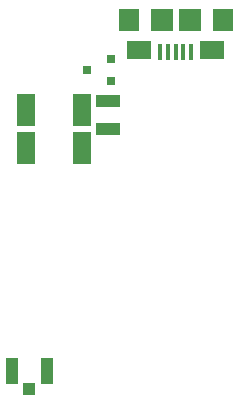
<source format=gbp>
G04 #@! TF.FileFunction,Paste,Bot*
%FSLAX46Y46*%
G04 Gerber Fmt 4.6, Leading zero omitted, Abs format (unit mm)*
G04 Created by KiCad (PCBNEW 4.0.2+dfsg1-stable) date Do 09 Mär 2017 02:24:01 CET*
%MOMM*%
G01*
G04 APERTURE LIST*
%ADD10C,0.100000*%
%ADD11R,1.501140X2.700020*%
%ADD12R,0.800100X0.800100*%
%ADD13R,2.029460X1.140460*%
%ADD14R,1.050000X2.200000*%
%ADD15R,1.000000X1.050000*%
%ADD16R,0.400000X1.350000*%
%ADD17R,2.100000X1.600000*%
%ADD18R,1.900000X1.900000*%
%ADD19R,1.800000X1.900000*%
G04 APERTURE END LIST*
D10*
D11*
X54100300Y-100000000D03*
X49299700Y-100000000D03*
D12*
X56500760Y-95650000D03*
X56500760Y-97550000D03*
X54501780Y-96600000D03*
D11*
X49299700Y-103200000D03*
X54100300Y-103200000D03*
D13*
X56300000Y-101603960D03*
X56300000Y-99196040D03*
D14*
X48125000Y-122075000D03*
X51075000Y-122075000D03*
D15*
X49600000Y-123600000D03*
D16*
X60700000Y-95050000D03*
X61350000Y-95050000D03*
X62000000Y-95050000D03*
X62650000Y-95050000D03*
X63300000Y-95050000D03*
D17*
X65100000Y-94925000D03*
X58900000Y-94925000D03*
D18*
X60800000Y-92375000D03*
X63200000Y-92375000D03*
D19*
X58000000Y-92375000D03*
X66000000Y-92375000D03*
M02*

</source>
